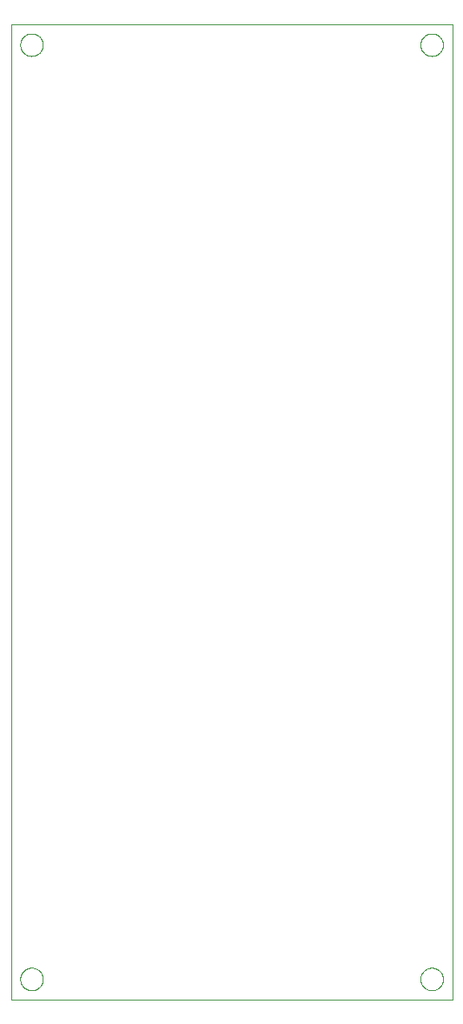
<source format=gko>
G75*
%MOIN*%
%OFA0B0*%
%FSLAX25Y25*%
%IPPOS*%
%LPD*%
%AMOC8*
5,1,8,0,0,1.08239X$1,22.5*
%
%ADD10C,0.00000*%
D10*
X0044701Y0036827D02*
X0213992Y0036827D01*
X0213992Y0410843D01*
X0044701Y0410843D01*
X0044701Y0036827D01*
X0048244Y0044701D02*
X0048246Y0044832D01*
X0048252Y0044964D01*
X0048262Y0045095D01*
X0048276Y0045226D01*
X0048294Y0045356D01*
X0048316Y0045485D01*
X0048341Y0045614D01*
X0048371Y0045742D01*
X0048405Y0045869D01*
X0048442Y0045996D01*
X0048483Y0046120D01*
X0048528Y0046244D01*
X0048577Y0046366D01*
X0048629Y0046487D01*
X0048685Y0046605D01*
X0048745Y0046723D01*
X0048808Y0046838D01*
X0048875Y0046951D01*
X0048945Y0047063D01*
X0049018Y0047172D01*
X0049094Y0047278D01*
X0049174Y0047383D01*
X0049257Y0047485D01*
X0049343Y0047584D01*
X0049432Y0047681D01*
X0049524Y0047775D01*
X0049619Y0047866D01*
X0049716Y0047955D01*
X0049816Y0048040D01*
X0049919Y0048122D01*
X0050024Y0048201D01*
X0050131Y0048277D01*
X0050241Y0048349D01*
X0050353Y0048418D01*
X0050467Y0048484D01*
X0050582Y0048546D01*
X0050700Y0048605D01*
X0050819Y0048660D01*
X0050940Y0048712D01*
X0051063Y0048759D01*
X0051187Y0048803D01*
X0051312Y0048844D01*
X0051438Y0048880D01*
X0051566Y0048913D01*
X0051694Y0048941D01*
X0051823Y0048966D01*
X0051953Y0048987D01*
X0052083Y0049004D01*
X0052214Y0049017D01*
X0052345Y0049026D01*
X0052476Y0049031D01*
X0052608Y0049032D01*
X0052739Y0049029D01*
X0052871Y0049022D01*
X0053002Y0049011D01*
X0053132Y0048996D01*
X0053262Y0048977D01*
X0053392Y0048954D01*
X0053520Y0048928D01*
X0053648Y0048897D01*
X0053775Y0048862D01*
X0053901Y0048824D01*
X0054025Y0048782D01*
X0054149Y0048736D01*
X0054270Y0048686D01*
X0054390Y0048633D01*
X0054509Y0048576D01*
X0054626Y0048516D01*
X0054740Y0048452D01*
X0054853Y0048384D01*
X0054964Y0048313D01*
X0055073Y0048239D01*
X0055179Y0048162D01*
X0055283Y0048081D01*
X0055384Y0047998D01*
X0055483Y0047911D01*
X0055579Y0047821D01*
X0055672Y0047728D01*
X0055763Y0047633D01*
X0055850Y0047535D01*
X0055935Y0047434D01*
X0056016Y0047331D01*
X0056094Y0047225D01*
X0056169Y0047117D01*
X0056241Y0047007D01*
X0056309Y0046895D01*
X0056374Y0046781D01*
X0056435Y0046664D01*
X0056493Y0046546D01*
X0056547Y0046426D01*
X0056598Y0046305D01*
X0056645Y0046182D01*
X0056688Y0046058D01*
X0056727Y0045933D01*
X0056763Y0045806D01*
X0056794Y0045678D01*
X0056822Y0045550D01*
X0056846Y0045421D01*
X0056866Y0045291D01*
X0056882Y0045160D01*
X0056894Y0045029D01*
X0056902Y0044898D01*
X0056906Y0044767D01*
X0056906Y0044635D01*
X0056902Y0044504D01*
X0056894Y0044373D01*
X0056882Y0044242D01*
X0056866Y0044111D01*
X0056846Y0043981D01*
X0056822Y0043852D01*
X0056794Y0043724D01*
X0056763Y0043596D01*
X0056727Y0043469D01*
X0056688Y0043344D01*
X0056645Y0043220D01*
X0056598Y0043097D01*
X0056547Y0042976D01*
X0056493Y0042856D01*
X0056435Y0042738D01*
X0056374Y0042621D01*
X0056309Y0042507D01*
X0056241Y0042395D01*
X0056169Y0042285D01*
X0056094Y0042177D01*
X0056016Y0042071D01*
X0055935Y0041968D01*
X0055850Y0041867D01*
X0055763Y0041769D01*
X0055672Y0041674D01*
X0055579Y0041581D01*
X0055483Y0041491D01*
X0055384Y0041404D01*
X0055283Y0041321D01*
X0055179Y0041240D01*
X0055073Y0041163D01*
X0054964Y0041089D01*
X0054853Y0041018D01*
X0054741Y0040950D01*
X0054626Y0040886D01*
X0054509Y0040826D01*
X0054390Y0040769D01*
X0054270Y0040716D01*
X0054149Y0040666D01*
X0054025Y0040620D01*
X0053901Y0040578D01*
X0053775Y0040540D01*
X0053648Y0040505D01*
X0053520Y0040474D01*
X0053392Y0040448D01*
X0053262Y0040425D01*
X0053132Y0040406D01*
X0053002Y0040391D01*
X0052871Y0040380D01*
X0052739Y0040373D01*
X0052608Y0040370D01*
X0052476Y0040371D01*
X0052345Y0040376D01*
X0052214Y0040385D01*
X0052083Y0040398D01*
X0051953Y0040415D01*
X0051823Y0040436D01*
X0051694Y0040461D01*
X0051566Y0040489D01*
X0051438Y0040522D01*
X0051312Y0040558D01*
X0051187Y0040599D01*
X0051063Y0040643D01*
X0050940Y0040690D01*
X0050819Y0040742D01*
X0050700Y0040797D01*
X0050582Y0040856D01*
X0050467Y0040918D01*
X0050353Y0040984D01*
X0050241Y0041053D01*
X0050131Y0041125D01*
X0050024Y0041201D01*
X0049919Y0041280D01*
X0049816Y0041362D01*
X0049716Y0041447D01*
X0049619Y0041536D01*
X0049524Y0041627D01*
X0049432Y0041721D01*
X0049343Y0041818D01*
X0049257Y0041917D01*
X0049174Y0042019D01*
X0049094Y0042124D01*
X0049018Y0042230D01*
X0048945Y0042339D01*
X0048875Y0042451D01*
X0048808Y0042564D01*
X0048745Y0042679D01*
X0048685Y0042797D01*
X0048629Y0042915D01*
X0048577Y0043036D01*
X0048528Y0043158D01*
X0048483Y0043282D01*
X0048442Y0043406D01*
X0048405Y0043533D01*
X0048371Y0043660D01*
X0048341Y0043788D01*
X0048316Y0043917D01*
X0048294Y0044046D01*
X0048276Y0044176D01*
X0048262Y0044307D01*
X0048252Y0044438D01*
X0048246Y0044570D01*
X0048244Y0044701D01*
X0201787Y0044701D02*
X0201789Y0044832D01*
X0201795Y0044964D01*
X0201805Y0045095D01*
X0201819Y0045226D01*
X0201837Y0045356D01*
X0201859Y0045485D01*
X0201884Y0045614D01*
X0201914Y0045742D01*
X0201948Y0045869D01*
X0201985Y0045996D01*
X0202026Y0046120D01*
X0202071Y0046244D01*
X0202120Y0046366D01*
X0202172Y0046487D01*
X0202228Y0046605D01*
X0202288Y0046723D01*
X0202351Y0046838D01*
X0202418Y0046951D01*
X0202488Y0047063D01*
X0202561Y0047172D01*
X0202637Y0047278D01*
X0202717Y0047383D01*
X0202800Y0047485D01*
X0202886Y0047584D01*
X0202975Y0047681D01*
X0203067Y0047775D01*
X0203162Y0047866D01*
X0203259Y0047955D01*
X0203359Y0048040D01*
X0203462Y0048122D01*
X0203567Y0048201D01*
X0203674Y0048277D01*
X0203784Y0048349D01*
X0203896Y0048418D01*
X0204010Y0048484D01*
X0204125Y0048546D01*
X0204243Y0048605D01*
X0204362Y0048660D01*
X0204483Y0048712D01*
X0204606Y0048759D01*
X0204730Y0048803D01*
X0204855Y0048844D01*
X0204981Y0048880D01*
X0205109Y0048913D01*
X0205237Y0048941D01*
X0205366Y0048966D01*
X0205496Y0048987D01*
X0205626Y0049004D01*
X0205757Y0049017D01*
X0205888Y0049026D01*
X0206019Y0049031D01*
X0206151Y0049032D01*
X0206282Y0049029D01*
X0206414Y0049022D01*
X0206545Y0049011D01*
X0206675Y0048996D01*
X0206805Y0048977D01*
X0206935Y0048954D01*
X0207063Y0048928D01*
X0207191Y0048897D01*
X0207318Y0048862D01*
X0207444Y0048824D01*
X0207568Y0048782D01*
X0207692Y0048736D01*
X0207813Y0048686D01*
X0207933Y0048633D01*
X0208052Y0048576D01*
X0208169Y0048516D01*
X0208283Y0048452D01*
X0208396Y0048384D01*
X0208507Y0048313D01*
X0208616Y0048239D01*
X0208722Y0048162D01*
X0208826Y0048081D01*
X0208927Y0047998D01*
X0209026Y0047911D01*
X0209122Y0047821D01*
X0209215Y0047728D01*
X0209306Y0047633D01*
X0209393Y0047535D01*
X0209478Y0047434D01*
X0209559Y0047331D01*
X0209637Y0047225D01*
X0209712Y0047117D01*
X0209784Y0047007D01*
X0209852Y0046895D01*
X0209917Y0046781D01*
X0209978Y0046664D01*
X0210036Y0046546D01*
X0210090Y0046426D01*
X0210141Y0046305D01*
X0210188Y0046182D01*
X0210231Y0046058D01*
X0210270Y0045933D01*
X0210306Y0045806D01*
X0210337Y0045678D01*
X0210365Y0045550D01*
X0210389Y0045421D01*
X0210409Y0045291D01*
X0210425Y0045160D01*
X0210437Y0045029D01*
X0210445Y0044898D01*
X0210449Y0044767D01*
X0210449Y0044635D01*
X0210445Y0044504D01*
X0210437Y0044373D01*
X0210425Y0044242D01*
X0210409Y0044111D01*
X0210389Y0043981D01*
X0210365Y0043852D01*
X0210337Y0043724D01*
X0210306Y0043596D01*
X0210270Y0043469D01*
X0210231Y0043344D01*
X0210188Y0043220D01*
X0210141Y0043097D01*
X0210090Y0042976D01*
X0210036Y0042856D01*
X0209978Y0042738D01*
X0209917Y0042621D01*
X0209852Y0042507D01*
X0209784Y0042395D01*
X0209712Y0042285D01*
X0209637Y0042177D01*
X0209559Y0042071D01*
X0209478Y0041968D01*
X0209393Y0041867D01*
X0209306Y0041769D01*
X0209215Y0041674D01*
X0209122Y0041581D01*
X0209026Y0041491D01*
X0208927Y0041404D01*
X0208826Y0041321D01*
X0208722Y0041240D01*
X0208616Y0041163D01*
X0208507Y0041089D01*
X0208396Y0041018D01*
X0208284Y0040950D01*
X0208169Y0040886D01*
X0208052Y0040826D01*
X0207933Y0040769D01*
X0207813Y0040716D01*
X0207692Y0040666D01*
X0207568Y0040620D01*
X0207444Y0040578D01*
X0207318Y0040540D01*
X0207191Y0040505D01*
X0207063Y0040474D01*
X0206935Y0040448D01*
X0206805Y0040425D01*
X0206675Y0040406D01*
X0206545Y0040391D01*
X0206414Y0040380D01*
X0206282Y0040373D01*
X0206151Y0040370D01*
X0206019Y0040371D01*
X0205888Y0040376D01*
X0205757Y0040385D01*
X0205626Y0040398D01*
X0205496Y0040415D01*
X0205366Y0040436D01*
X0205237Y0040461D01*
X0205109Y0040489D01*
X0204981Y0040522D01*
X0204855Y0040558D01*
X0204730Y0040599D01*
X0204606Y0040643D01*
X0204483Y0040690D01*
X0204362Y0040742D01*
X0204243Y0040797D01*
X0204125Y0040856D01*
X0204010Y0040918D01*
X0203896Y0040984D01*
X0203784Y0041053D01*
X0203674Y0041125D01*
X0203567Y0041201D01*
X0203462Y0041280D01*
X0203359Y0041362D01*
X0203259Y0041447D01*
X0203162Y0041536D01*
X0203067Y0041627D01*
X0202975Y0041721D01*
X0202886Y0041818D01*
X0202800Y0041917D01*
X0202717Y0042019D01*
X0202637Y0042124D01*
X0202561Y0042230D01*
X0202488Y0042339D01*
X0202418Y0042451D01*
X0202351Y0042564D01*
X0202288Y0042679D01*
X0202228Y0042797D01*
X0202172Y0042915D01*
X0202120Y0043036D01*
X0202071Y0043158D01*
X0202026Y0043282D01*
X0201985Y0043406D01*
X0201948Y0043533D01*
X0201914Y0043660D01*
X0201884Y0043788D01*
X0201859Y0043917D01*
X0201837Y0044046D01*
X0201819Y0044176D01*
X0201805Y0044307D01*
X0201795Y0044438D01*
X0201789Y0044570D01*
X0201787Y0044701D01*
X0201787Y0402969D02*
X0201789Y0403100D01*
X0201795Y0403232D01*
X0201805Y0403363D01*
X0201819Y0403494D01*
X0201837Y0403624D01*
X0201859Y0403753D01*
X0201884Y0403882D01*
X0201914Y0404010D01*
X0201948Y0404137D01*
X0201985Y0404264D01*
X0202026Y0404388D01*
X0202071Y0404512D01*
X0202120Y0404634D01*
X0202172Y0404755D01*
X0202228Y0404873D01*
X0202288Y0404991D01*
X0202351Y0405106D01*
X0202418Y0405219D01*
X0202488Y0405331D01*
X0202561Y0405440D01*
X0202637Y0405546D01*
X0202717Y0405651D01*
X0202800Y0405753D01*
X0202886Y0405852D01*
X0202975Y0405949D01*
X0203067Y0406043D01*
X0203162Y0406134D01*
X0203259Y0406223D01*
X0203359Y0406308D01*
X0203462Y0406390D01*
X0203567Y0406469D01*
X0203674Y0406545D01*
X0203784Y0406617D01*
X0203896Y0406686D01*
X0204010Y0406752D01*
X0204125Y0406814D01*
X0204243Y0406873D01*
X0204362Y0406928D01*
X0204483Y0406980D01*
X0204606Y0407027D01*
X0204730Y0407071D01*
X0204855Y0407112D01*
X0204981Y0407148D01*
X0205109Y0407181D01*
X0205237Y0407209D01*
X0205366Y0407234D01*
X0205496Y0407255D01*
X0205626Y0407272D01*
X0205757Y0407285D01*
X0205888Y0407294D01*
X0206019Y0407299D01*
X0206151Y0407300D01*
X0206282Y0407297D01*
X0206414Y0407290D01*
X0206545Y0407279D01*
X0206675Y0407264D01*
X0206805Y0407245D01*
X0206935Y0407222D01*
X0207063Y0407196D01*
X0207191Y0407165D01*
X0207318Y0407130D01*
X0207444Y0407092D01*
X0207568Y0407050D01*
X0207692Y0407004D01*
X0207813Y0406954D01*
X0207933Y0406901D01*
X0208052Y0406844D01*
X0208169Y0406784D01*
X0208283Y0406720D01*
X0208396Y0406652D01*
X0208507Y0406581D01*
X0208616Y0406507D01*
X0208722Y0406430D01*
X0208826Y0406349D01*
X0208927Y0406266D01*
X0209026Y0406179D01*
X0209122Y0406089D01*
X0209215Y0405996D01*
X0209306Y0405901D01*
X0209393Y0405803D01*
X0209478Y0405702D01*
X0209559Y0405599D01*
X0209637Y0405493D01*
X0209712Y0405385D01*
X0209784Y0405275D01*
X0209852Y0405163D01*
X0209917Y0405049D01*
X0209978Y0404932D01*
X0210036Y0404814D01*
X0210090Y0404694D01*
X0210141Y0404573D01*
X0210188Y0404450D01*
X0210231Y0404326D01*
X0210270Y0404201D01*
X0210306Y0404074D01*
X0210337Y0403946D01*
X0210365Y0403818D01*
X0210389Y0403689D01*
X0210409Y0403559D01*
X0210425Y0403428D01*
X0210437Y0403297D01*
X0210445Y0403166D01*
X0210449Y0403035D01*
X0210449Y0402903D01*
X0210445Y0402772D01*
X0210437Y0402641D01*
X0210425Y0402510D01*
X0210409Y0402379D01*
X0210389Y0402249D01*
X0210365Y0402120D01*
X0210337Y0401992D01*
X0210306Y0401864D01*
X0210270Y0401737D01*
X0210231Y0401612D01*
X0210188Y0401488D01*
X0210141Y0401365D01*
X0210090Y0401244D01*
X0210036Y0401124D01*
X0209978Y0401006D01*
X0209917Y0400889D01*
X0209852Y0400775D01*
X0209784Y0400663D01*
X0209712Y0400553D01*
X0209637Y0400445D01*
X0209559Y0400339D01*
X0209478Y0400236D01*
X0209393Y0400135D01*
X0209306Y0400037D01*
X0209215Y0399942D01*
X0209122Y0399849D01*
X0209026Y0399759D01*
X0208927Y0399672D01*
X0208826Y0399589D01*
X0208722Y0399508D01*
X0208616Y0399431D01*
X0208507Y0399357D01*
X0208396Y0399286D01*
X0208284Y0399218D01*
X0208169Y0399154D01*
X0208052Y0399094D01*
X0207933Y0399037D01*
X0207813Y0398984D01*
X0207692Y0398934D01*
X0207568Y0398888D01*
X0207444Y0398846D01*
X0207318Y0398808D01*
X0207191Y0398773D01*
X0207063Y0398742D01*
X0206935Y0398716D01*
X0206805Y0398693D01*
X0206675Y0398674D01*
X0206545Y0398659D01*
X0206414Y0398648D01*
X0206282Y0398641D01*
X0206151Y0398638D01*
X0206019Y0398639D01*
X0205888Y0398644D01*
X0205757Y0398653D01*
X0205626Y0398666D01*
X0205496Y0398683D01*
X0205366Y0398704D01*
X0205237Y0398729D01*
X0205109Y0398757D01*
X0204981Y0398790D01*
X0204855Y0398826D01*
X0204730Y0398867D01*
X0204606Y0398911D01*
X0204483Y0398958D01*
X0204362Y0399010D01*
X0204243Y0399065D01*
X0204125Y0399124D01*
X0204010Y0399186D01*
X0203896Y0399252D01*
X0203784Y0399321D01*
X0203674Y0399393D01*
X0203567Y0399469D01*
X0203462Y0399548D01*
X0203359Y0399630D01*
X0203259Y0399715D01*
X0203162Y0399804D01*
X0203067Y0399895D01*
X0202975Y0399989D01*
X0202886Y0400086D01*
X0202800Y0400185D01*
X0202717Y0400287D01*
X0202637Y0400392D01*
X0202561Y0400498D01*
X0202488Y0400607D01*
X0202418Y0400719D01*
X0202351Y0400832D01*
X0202288Y0400947D01*
X0202228Y0401065D01*
X0202172Y0401183D01*
X0202120Y0401304D01*
X0202071Y0401426D01*
X0202026Y0401550D01*
X0201985Y0401674D01*
X0201948Y0401801D01*
X0201914Y0401928D01*
X0201884Y0402056D01*
X0201859Y0402185D01*
X0201837Y0402314D01*
X0201819Y0402444D01*
X0201805Y0402575D01*
X0201795Y0402706D01*
X0201789Y0402838D01*
X0201787Y0402969D01*
X0048244Y0402969D02*
X0048246Y0403100D01*
X0048252Y0403232D01*
X0048262Y0403363D01*
X0048276Y0403494D01*
X0048294Y0403624D01*
X0048316Y0403753D01*
X0048341Y0403882D01*
X0048371Y0404010D01*
X0048405Y0404137D01*
X0048442Y0404264D01*
X0048483Y0404388D01*
X0048528Y0404512D01*
X0048577Y0404634D01*
X0048629Y0404755D01*
X0048685Y0404873D01*
X0048745Y0404991D01*
X0048808Y0405106D01*
X0048875Y0405219D01*
X0048945Y0405331D01*
X0049018Y0405440D01*
X0049094Y0405546D01*
X0049174Y0405651D01*
X0049257Y0405753D01*
X0049343Y0405852D01*
X0049432Y0405949D01*
X0049524Y0406043D01*
X0049619Y0406134D01*
X0049716Y0406223D01*
X0049816Y0406308D01*
X0049919Y0406390D01*
X0050024Y0406469D01*
X0050131Y0406545D01*
X0050241Y0406617D01*
X0050353Y0406686D01*
X0050467Y0406752D01*
X0050582Y0406814D01*
X0050700Y0406873D01*
X0050819Y0406928D01*
X0050940Y0406980D01*
X0051063Y0407027D01*
X0051187Y0407071D01*
X0051312Y0407112D01*
X0051438Y0407148D01*
X0051566Y0407181D01*
X0051694Y0407209D01*
X0051823Y0407234D01*
X0051953Y0407255D01*
X0052083Y0407272D01*
X0052214Y0407285D01*
X0052345Y0407294D01*
X0052476Y0407299D01*
X0052608Y0407300D01*
X0052739Y0407297D01*
X0052871Y0407290D01*
X0053002Y0407279D01*
X0053132Y0407264D01*
X0053262Y0407245D01*
X0053392Y0407222D01*
X0053520Y0407196D01*
X0053648Y0407165D01*
X0053775Y0407130D01*
X0053901Y0407092D01*
X0054025Y0407050D01*
X0054149Y0407004D01*
X0054270Y0406954D01*
X0054390Y0406901D01*
X0054509Y0406844D01*
X0054626Y0406784D01*
X0054740Y0406720D01*
X0054853Y0406652D01*
X0054964Y0406581D01*
X0055073Y0406507D01*
X0055179Y0406430D01*
X0055283Y0406349D01*
X0055384Y0406266D01*
X0055483Y0406179D01*
X0055579Y0406089D01*
X0055672Y0405996D01*
X0055763Y0405901D01*
X0055850Y0405803D01*
X0055935Y0405702D01*
X0056016Y0405599D01*
X0056094Y0405493D01*
X0056169Y0405385D01*
X0056241Y0405275D01*
X0056309Y0405163D01*
X0056374Y0405049D01*
X0056435Y0404932D01*
X0056493Y0404814D01*
X0056547Y0404694D01*
X0056598Y0404573D01*
X0056645Y0404450D01*
X0056688Y0404326D01*
X0056727Y0404201D01*
X0056763Y0404074D01*
X0056794Y0403946D01*
X0056822Y0403818D01*
X0056846Y0403689D01*
X0056866Y0403559D01*
X0056882Y0403428D01*
X0056894Y0403297D01*
X0056902Y0403166D01*
X0056906Y0403035D01*
X0056906Y0402903D01*
X0056902Y0402772D01*
X0056894Y0402641D01*
X0056882Y0402510D01*
X0056866Y0402379D01*
X0056846Y0402249D01*
X0056822Y0402120D01*
X0056794Y0401992D01*
X0056763Y0401864D01*
X0056727Y0401737D01*
X0056688Y0401612D01*
X0056645Y0401488D01*
X0056598Y0401365D01*
X0056547Y0401244D01*
X0056493Y0401124D01*
X0056435Y0401006D01*
X0056374Y0400889D01*
X0056309Y0400775D01*
X0056241Y0400663D01*
X0056169Y0400553D01*
X0056094Y0400445D01*
X0056016Y0400339D01*
X0055935Y0400236D01*
X0055850Y0400135D01*
X0055763Y0400037D01*
X0055672Y0399942D01*
X0055579Y0399849D01*
X0055483Y0399759D01*
X0055384Y0399672D01*
X0055283Y0399589D01*
X0055179Y0399508D01*
X0055073Y0399431D01*
X0054964Y0399357D01*
X0054853Y0399286D01*
X0054741Y0399218D01*
X0054626Y0399154D01*
X0054509Y0399094D01*
X0054390Y0399037D01*
X0054270Y0398984D01*
X0054149Y0398934D01*
X0054025Y0398888D01*
X0053901Y0398846D01*
X0053775Y0398808D01*
X0053648Y0398773D01*
X0053520Y0398742D01*
X0053392Y0398716D01*
X0053262Y0398693D01*
X0053132Y0398674D01*
X0053002Y0398659D01*
X0052871Y0398648D01*
X0052739Y0398641D01*
X0052608Y0398638D01*
X0052476Y0398639D01*
X0052345Y0398644D01*
X0052214Y0398653D01*
X0052083Y0398666D01*
X0051953Y0398683D01*
X0051823Y0398704D01*
X0051694Y0398729D01*
X0051566Y0398757D01*
X0051438Y0398790D01*
X0051312Y0398826D01*
X0051187Y0398867D01*
X0051063Y0398911D01*
X0050940Y0398958D01*
X0050819Y0399010D01*
X0050700Y0399065D01*
X0050582Y0399124D01*
X0050467Y0399186D01*
X0050353Y0399252D01*
X0050241Y0399321D01*
X0050131Y0399393D01*
X0050024Y0399469D01*
X0049919Y0399548D01*
X0049816Y0399630D01*
X0049716Y0399715D01*
X0049619Y0399804D01*
X0049524Y0399895D01*
X0049432Y0399989D01*
X0049343Y0400086D01*
X0049257Y0400185D01*
X0049174Y0400287D01*
X0049094Y0400392D01*
X0049018Y0400498D01*
X0048945Y0400607D01*
X0048875Y0400719D01*
X0048808Y0400832D01*
X0048745Y0400947D01*
X0048685Y0401065D01*
X0048629Y0401183D01*
X0048577Y0401304D01*
X0048528Y0401426D01*
X0048483Y0401550D01*
X0048442Y0401674D01*
X0048405Y0401801D01*
X0048371Y0401928D01*
X0048341Y0402056D01*
X0048316Y0402185D01*
X0048294Y0402314D01*
X0048276Y0402444D01*
X0048262Y0402575D01*
X0048252Y0402706D01*
X0048246Y0402838D01*
X0048244Y0402969D01*
M02*

</source>
